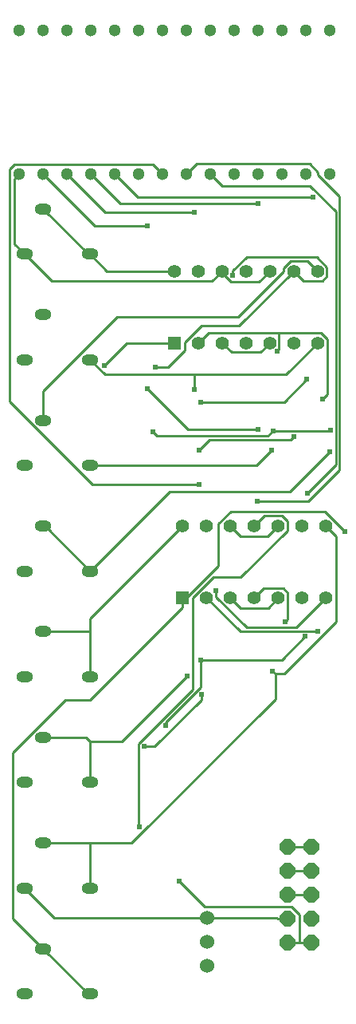
<source format=gbl>
G04 Layer: BottomLayer*
G04 EasyEDA v6.5.22, 2023-04-13 12:14:21*
G04 8c6dcb5ec9fe4ba2bbc49dbc1e847b49,f016fa541b524367aba1ea0f7d3472e8,10*
G04 Gerber Generator version 0.2*
G04 Scale: 100 percent, Rotated: No, Reflected: No *
G04 Dimensions in millimeters *
G04 leading zeros omitted , absolute positions ,4 integer and 5 decimal *
%FSLAX45Y45*%
%MOMM*%

%AMMACRO1*4,1,8,-0.3401,0.8214,-0.8214,0.3401,-0.8214,-0.3401,-0.3401,-0.8214,0.3401,-0.8214,0.8214,-0.3401,0.8214,0.3401,0.3401,0.8214,-0.3401,0.8214,0*%
%ADD10C,0.2540*%
%ADD11O,1.7999964X1.1999976*%
%ADD12MACRO1*%
%ADD13C,1.3000*%
%ADD14C,1.5240*%
%ADD15R,1.3970X1.3970*%
%ADD16C,1.3970*%
%ADD17C,0.6096*%
%ADD18C,0.0106*%

%LPD*%
D10*
X2866390Y6116218D02*
G01*
X3466642Y6116218D01*
X3473246Y6122822D01*
X1589760Y6103721D02*
G01*
X1632788Y6060694D01*
X2810865Y6060694D01*
X2866390Y6116218D01*
X2165350Y946175D02*
G01*
X537565Y946175D01*
X221513Y1262227D01*
X2324100Y7810500D02*
G01*
X2324100Y7789875D01*
X2421585Y7692389D01*
X2713990Y7692389D01*
X2832100Y7810500D01*
X2324100Y7810500D02*
G01*
X2215184Y7701584D01*
X509523Y7701584D01*
X221513Y7989595D01*
X165100Y8839200D02*
G01*
X117347Y8791447D01*
X117347Y8093760D01*
X221513Y7989595D01*
X2912490Y939800D02*
G01*
X2906115Y946175D01*
X2165350Y946175D01*
X3022600Y1193800D02*
G01*
X3276600Y1193800D01*
X3022600Y1447800D02*
G01*
X3276600Y1447800D01*
X3022600Y939800D02*
G01*
X2912490Y939800D01*
X2832100Y7048500D02*
G01*
X2732328Y6948728D01*
X2423871Y6948728D01*
X2324100Y7048500D01*
X2921000Y4343400D02*
G01*
X2814447Y4236846D01*
X2519552Y4236846D01*
X2413000Y4343400D01*
X2413000Y5105400D02*
G01*
X2523134Y4995265D01*
X2810865Y4995265D01*
X2921000Y5105400D01*
X2094484Y6421628D02*
G01*
X2986328Y6421628D01*
X3226028Y6661327D01*
X2703525Y6129934D02*
G01*
X1958466Y6129934D01*
X1529664Y6558737D01*
X1496110Y2764561D02*
G01*
X1609039Y2764561D01*
X2104212Y3259734D01*
X2104212Y3317519D01*
X3022600Y1701800D02*
G01*
X3276600Y1701800D01*
X2667000Y4343400D02*
G01*
X2764916Y4441317D01*
X2978175Y4441317D01*
X3023361Y4396130D01*
X3023361Y4117086D01*
X2991586Y4085310D01*
X2667000Y5105400D02*
G01*
X2773045Y5211445D01*
X2959861Y5211445D01*
X3019043Y5152262D01*
X3019043Y5057698D01*
X2521508Y4560163D01*
X2231466Y4560163D01*
X2013229Y4341926D01*
X2013229Y3368979D01*
X1437563Y2793314D01*
X1437563Y1926742D01*
X1446606Y1917700D01*
X3149600Y685800D02*
G01*
X3149600Y980947D01*
X3063747Y1066800D01*
X2137003Y1066800D01*
X1865655Y1338148D01*
X3149600Y685800D02*
G01*
X3276600Y685800D01*
X3022600Y685800D02*
G01*
X3149600Y685800D01*
X421512Y8469604D02*
G01*
X901522Y7989595D01*
X921512Y7989595D01*
X1816100Y7810500D02*
G01*
X1100607Y7810500D01*
X921512Y7989595D01*
X2030501Y6710959D02*
G01*
X2030501Y6554851D01*
X2030501Y6710959D02*
G01*
X1078941Y6710959D01*
X921512Y6868388D01*
X3340100Y7048500D02*
G01*
X3002559Y6710959D01*
X2030501Y6710959D01*
X921512Y5747130D02*
G01*
X2689936Y5747130D01*
X2848508Y5905703D01*
X3340100Y7810500D02*
G01*
X3231184Y7919415D01*
X3056509Y7919415D01*
X2973527Y7836433D01*
X2973527Y7804556D01*
X2494534Y7325563D01*
X1209979Y7325563D01*
X421512Y6537096D01*
X421512Y6227140D01*
X921512Y4625924D02*
G01*
X1764842Y5469254D01*
X3041853Y5469254D01*
X3466744Y5894146D01*
X1816100Y7048500D02*
G01*
X1306576Y7048500D01*
X1068451Y6810375D01*
X421512Y5105933D02*
G01*
X441502Y5105933D01*
X921512Y4625924D01*
X921512Y3984675D02*
G01*
X421512Y3984675D01*
X1905000Y5105400D02*
G01*
X921512Y4121912D01*
X921512Y3984675D01*
X921512Y3984675D02*
G01*
X921512Y3504666D01*
X3429000Y4343400D02*
G01*
X3112338Y4026738D01*
X2585897Y4026738D01*
X2258822Y4353813D01*
X2258822Y4417161D01*
X921512Y2820644D02*
G01*
X1259179Y2820644D01*
X1953513Y3514979D01*
X421512Y2863469D02*
G01*
X878687Y2863469D01*
X921512Y2820644D01*
X921512Y2383459D02*
G01*
X921512Y2820644D01*
X2888995Y3539489D02*
G01*
X2862224Y3566261D01*
X921512Y1742236D02*
G01*
X1359179Y1742236D01*
X2888995Y3272053D01*
X2888995Y3539489D01*
X2888995Y3539489D02*
G01*
X2989275Y3539489D01*
X3539591Y4089806D01*
X3539591Y4994808D01*
X3429000Y5105400D01*
X921512Y1742236D02*
G01*
X421512Y1742236D01*
X921512Y1742236D02*
G01*
X921512Y1262227D01*
X1905000Y4302988D02*
G01*
X2286000Y4683988D01*
X2286000Y5126964D01*
X2415793Y5256758D01*
X3418027Y5256758D01*
X3624884Y5049901D01*
X1905000Y4302988D02*
G01*
X1905000Y4245584D01*
X1905000Y4343400D02*
G01*
X1905000Y4302988D01*
X421512Y621004D02*
G01*
X901522Y140995D01*
X921512Y140995D01*
X1905000Y4245584D02*
G01*
X921359Y3261944D01*
X658190Y3261944D01*
X99847Y2703601D01*
X99847Y942670D01*
X421512Y621004D01*
X419100Y8839200D02*
G01*
X967968Y8290331D01*
X1524863Y8290331D01*
X673100Y8839200D02*
G01*
X1079500Y8432800D01*
X2026437Y8432800D01*
X927100Y8839200D02*
G01*
X1243812Y8522487D01*
X2701721Y8522487D01*
X1181100Y8839200D02*
G01*
X1426311Y8593988D01*
X3290163Y8593988D01*
X2075230Y5907354D02*
G01*
X2187778Y6019901D01*
X3051175Y6019901D01*
X3086100Y6054826D01*
X3086100Y7810500D02*
G01*
X2505608Y7230008D01*
X2107311Y7230008D01*
X1928698Y7051395D01*
X1928698Y6970445D01*
X1745538Y6787286D01*
X1612036Y6787286D01*
X2439111Y7761630D02*
G01*
X2439111Y7815757D01*
X2583891Y7960537D01*
X3329381Y7960537D01*
X3438042Y7851876D01*
X3438042Y7752435D01*
X3393668Y7708061D01*
X3188538Y7708061D01*
X3086100Y7810500D01*
X2930042Y7156322D02*
G01*
X3371418Y7156322D01*
X3438626Y7089114D01*
X3438626Y6505016D01*
X3388995Y6455384D01*
X2070100Y7048500D02*
G01*
X2177922Y7156322D01*
X2930042Y7156322D01*
X2930042Y7156322D02*
G01*
X2930042Y6980072D01*
X2908858Y6958888D01*
X1689100Y8839200D02*
G01*
X1589786Y8938513D01*
X115036Y8938513D01*
X65506Y8888984D01*
X65506Y6427698D01*
X948105Y5545099D01*
X2079599Y5545099D01*
X2697835Y5363845D02*
G01*
X3238169Y5363845D01*
X3572560Y5698236D01*
X3572560Y8598636D01*
X3340100Y8831097D01*
X3340100Y8859494D01*
X3253003Y8946591D01*
X2050491Y8946591D01*
X1943100Y8839200D01*
X3227298Y5449747D02*
G01*
X3531793Y5754243D01*
X3531793Y8437702D01*
X3255746Y8713749D01*
X2322550Y8713749D01*
X2197100Y8839200D01*
X2100478Y3685539D02*
G01*
X2100478Y3396589D01*
X1724329Y3020440D01*
X1724329Y2991281D01*
X3203600Y3933164D02*
G01*
X2955975Y3685539D01*
X2100478Y3685539D01*
X3342995Y3985285D02*
G01*
X3336569Y3991711D01*
X3179343Y3991711D01*
X3172917Y3985285D01*
X2517114Y3985285D01*
X2159000Y4343400D01*
D11*
G01*
X221513Y7989595D03*
G01*
X921512Y7989595D03*
G01*
X421512Y8469604D03*
G01*
X221513Y6868388D03*
G01*
X921512Y6868388D03*
G01*
X421512Y7348397D03*
G01*
X221513Y5747130D03*
G01*
X921512Y5747130D03*
G01*
X421512Y6227140D03*
G01*
X221513Y4625924D03*
G01*
X921512Y4625924D03*
G01*
X421512Y5105933D03*
G01*
X221513Y3504666D03*
G01*
X921512Y3504666D03*
G01*
X421512Y3984675D03*
G01*
X221513Y2383459D03*
G01*
X921512Y2383459D03*
G01*
X421512Y2863469D03*
G01*
X221513Y1262227D03*
G01*
X921512Y1262227D03*
G01*
X421512Y1742236D03*
G01*
X221513Y140995D03*
G01*
X921512Y140995D03*
G01*
X421512Y621004D03*
D12*
G01*
X3276600Y685800D03*
G01*
X3022600Y685800D03*
G01*
X3276600Y939800D03*
G01*
X3022600Y939800D03*
G01*
X3276600Y1193800D03*
G01*
X3022600Y1193800D03*
G01*
X3276600Y1447800D03*
G01*
X3022600Y1447800D03*
G01*
X3276600Y1701800D03*
G01*
X3022600Y1701800D03*
D13*
G01*
X165100Y8839200D03*
G01*
X419100Y8839200D03*
G01*
X673100Y8839200D03*
G01*
X927100Y8839200D03*
G01*
X1181100Y8839200D03*
G01*
X1435100Y8839200D03*
G01*
X1689100Y8839200D03*
G01*
X1943100Y8839200D03*
G01*
X2197100Y8839200D03*
G01*
X2451100Y8839200D03*
G01*
X2705100Y8839200D03*
G01*
X2959100Y8839200D03*
G01*
X3213100Y8839200D03*
G01*
X3467100Y8839200D03*
G01*
X3467100Y10363200D03*
G01*
X3213100Y10363200D03*
G01*
X2959100Y10363200D03*
G01*
X2705100Y10363200D03*
G01*
X2451100Y10363200D03*
G01*
X2197100Y10363200D03*
G01*
X1943100Y10363200D03*
G01*
X1689100Y10363200D03*
G01*
X1435100Y10363200D03*
G01*
X1181100Y10363200D03*
G01*
X927100Y10363200D03*
G01*
X673100Y10363200D03*
G01*
X419100Y10363200D03*
G01*
X165100Y10363200D03*
D14*
G01*
X2165350Y438175D03*
G01*
X2165350Y692175D03*
G01*
X2165350Y946175D03*
D15*
G01*
X1816100Y7048500D03*
D16*
G01*
X2070100Y7048500D03*
G01*
X2324100Y7048500D03*
G01*
X2578100Y7048500D03*
G01*
X2832100Y7048500D03*
G01*
X3086100Y7048500D03*
G01*
X3340100Y7048500D03*
G01*
X3340100Y7810500D03*
G01*
X3086100Y7810500D03*
G01*
X2832100Y7810500D03*
G01*
X2578100Y7810500D03*
G01*
X2324100Y7810500D03*
G01*
X2070100Y7810500D03*
G01*
X1816100Y7810500D03*
D15*
G01*
X1905000Y4343400D03*
D16*
G01*
X2159000Y4343400D03*
G01*
X2413000Y4343400D03*
G01*
X2667000Y4343400D03*
G01*
X2921000Y4343400D03*
G01*
X3175000Y4343400D03*
G01*
X3429000Y4343400D03*
G01*
X3429000Y5105400D03*
G01*
X3175000Y5105400D03*
G01*
X2921000Y5105400D03*
G01*
X2667000Y5105400D03*
G01*
X2413000Y5105400D03*
G01*
X2159000Y5105400D03*
G01*
X1905000Y5105400D03*
D17*
G01*
X1589760Y6103721D03*
G01*
X2866390Y6116218D03*
G01*
X3473246Y6122822D03*
G01*
X3226028Y6661327D03*
G01*
X2094484Y6421628D03*
G01*
X2703525Y6129934D03*
G01*
X1529664Y6558737D03*
G01*
X2104212Y3317519D03*
G01*
X1496110Y2764561D03*
G01*
X2991586Y4085310D03*
G01*
X1446606Y1917700D03*
G01*
X1865655Y1338148D03*
G01*
X2030501Y6554851D03*
G01*
X2848508Y5905703D03*
G01*
X3466744Y5894146D03*
G01*
X1068451Y6810375D03*
G01*
X2258822Y4417161D03*
G01*
X1953513Y3514979D03*
G01*
X2862224Y3566261D03*
G01*
X3624884Y5049901D03*
G01*
X1524863Y8290331D03*
G01*
X2026437Y8432800D03*
G01*
X2701721Y8522487D03*
G01*
X3290163Y8593988D03*
G01*
X2075230Y5907354D03*
G01*
X3086100Y6054826D03*
G01*
X1612036Y6787286D03*
G01*
X2439111Y7761630D03*
G01*
X3388995Y6455384D03*
G01*
X2908858Y6958888D03*
G01*
X2079599Y5545099D03*
G01*
X2697835Y5363845D03*
G01*
X3227298Y5449747D03*
G01*
X1724329Y2991281D03*
G01*
X2100478Y3685539D03*
G01*
X3203600Y3933164D03*
G01*
X3342995Y3985285D03*
M02*

</source>
